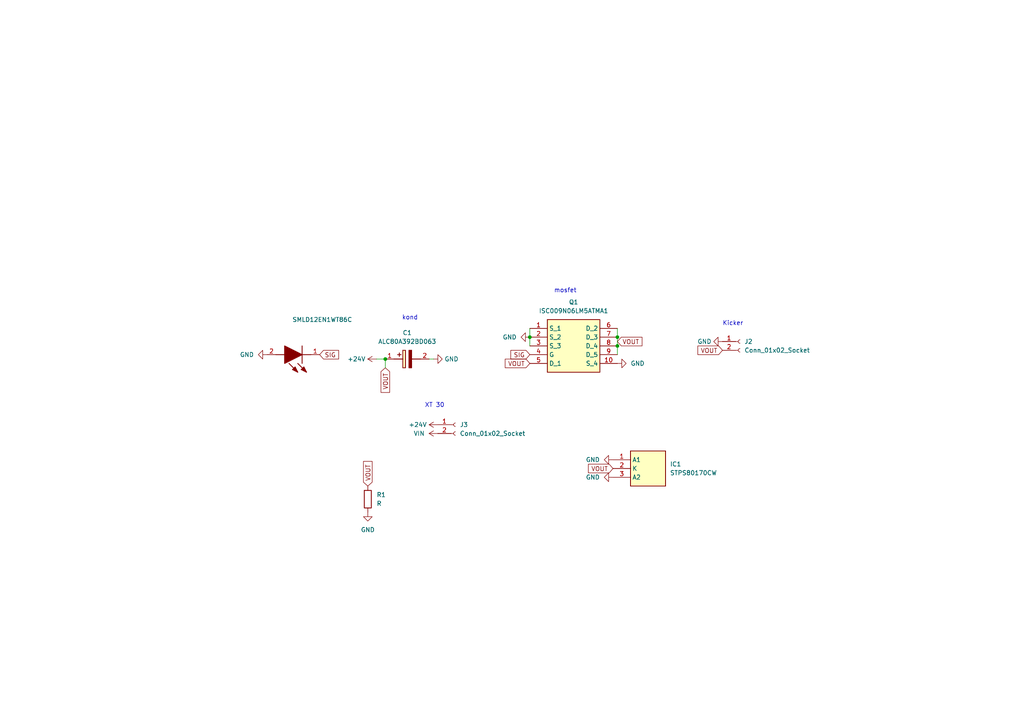
<source format=kicad_sch>
(kicad_sch
	(version 20231120)
	(generator "eeschema")
	(generator_version "8.0")
	(uuid "ca74f065-f6be-4527-82ff-735f418329d2")
	(paper "A4")
	(title_block
		(title "Kicker PCB")
		(date "2024-08-18")
		(rev "1.0")
		(company "i-bots")
		(comment 1 "Justus Trappmann")
	)
	(lib_symbols
		(symbol "Connector:Conn_01x02_Socket"
			(pin_names
				(offset 1.016) hide)
			(exclude_from_sim no)
			(in_bom yes)
			(on_board yes)
			(property "Reference" "J"
				(at 0 2.54 0)
				(effects
					(font
						(size 1.27 1.27)
					)
				)
			)
			(property "Value" "Conn_01x02_Socket"
				(at 0 -5.08 0)
				(effects
					(font
						(size 1.27 1.27)
					)
				)
			)
			(property "Footprint" ""
				(at 0 0 0)
				(effects
					(font
						(size 1.27 1.27)
					)
					(hide yes)
				)
			)
			(property "Datasheet" "~"
				(at 0 0 0)
				(effects
					(font
						(size 1.27 1.27)
					)
					(hide yes)
				)
			)
			(property "Description" "Generic connector, single row, 01x02, script generated"
				(at 0 0 0)
				(effects
					(font
						(size 1.27 1.27)
					)
					(hide yes)
				)
			)
			(property "ki_locked" ""
				(at 0 0 0)
				(effects
					(font
						(size 1.27 1.27)
					)
				)
			)
			(property "ki_keywords" "connector"
				(at 0 0 0)
				(effects
					(font
						(size 1.27 1.27)
					)
					(hide yes)
				)
			)
			(property "ki_fp_filters" "Connector*:*_1x??_*"
				(at 0 0 0)
				(effects
					(font
						(size 1.27 1.27)
					)
					(hide yes)
				)
			)
			(symbol "Conn_01x02_Socket_1_1"
				(arc
					(start 0 -2.032)
					(mid -0.5058 -2.54)
					(end 0 -3.048)
					(stroke
						(width 0.1524)
						(type default)
					)
					(fill
						(type none)
					)
				)
				(polyline
					(pts
						(xy -1.27 -2.54) (xy -0.508 -2.54)
					)
					(stroke
						(width 0.1524)
						(type default)
					)
					(fill
						(type none)
					)
				)
				(polyline
					(pts
						(xy -1.27 0) (xy -0.508 0)
					)
					(stroke
						(width 0.1524)
						(type default)
					)
					(fill
						(type none)
					)
				)
				(arc
					(start 0 0.508)
					(mid -0.5058 0)
					(end 0 -0.508)
					(stroke
						(width 0.1524)
						(type default)
					)
					(fill
						(type none)
					)
				)
				(pin passive line
					(at -5.08 0 0)
					(length 3.81)
					(name "Pin_1"
						(effects
							(font
								(size 1.27 1.27)
							)
						)
					)
					(number "1"
						(effects
							(font
								(size 1.27 1.27)
							)
						)
					)
				)
				(pin passive line
					(at -5.08 -2.54 0)
					(length 3.81)
					(name "Pin_2"
						(effects
							(font
								(size 1.27 1.27)
							)
						)
					)
					(number "2"
						(effects
							(font
								(size 1.27 1.27)
							)
						)
					)
				)
			)
		)
		(symbol "Device:R"
			(pin_numbers hide)
			(pin_names
				(offset 0)
			)
			(exclude_from_sim no)
			(in_bom yes)
			(on_board yes)
			(property "Reference" "R"
				(at 2.032 0 90)
				(effects
					(font
						(size 1.27 1.27)
					)
				)
			)
			(property "Value" "R"
				(at 0 0 90)
				(effects
					(font
						(size 1.27 1.27)
					)
				)
			)
			(property "Footprint" ""
				(at -1.778 0 90)
				(effects
					(font
						(size 1.27 1.27)
					)
					(hide yes)
				)
			)
			(property "Datasheet" "~"
				(at 0 0 0)
				(effects
					(font
						(size 1.27 1.27)
					)
					(hide yes)
				)
			)
			(property "Description" "Resistor"
				(at 0 0 0)
				(effects
					(font
						(size 1.27 1.27)
					)
					(hide yes)
				)
			)
			(property "ki_keywords" "R res resistor"
				(at 0 0 0)
				(effects
					(font
						(size 1.27 1.27)
					)
					(hide yes)
				)
			)
			(property "ki_fp_filters" "R_*"
				(at 0 0 0)
				(effects
					(font
						(size 1.27 1.27)
					)
					(hide yes)
				)
			)
			(symbol "R_0_1"
				(rectangle
					(start -1.016 -2.54)
					(end 1.016 2.54)
					(stroke
						(width 0.254)
						(type default)
					)
					(fill
						(type none)
					)
				)
			)
			(symbol "R_1_1"
				(pin passive line
					(at 0 3.81 270)
					(length 1.27)
					(name "~"
						(effects
							(font
								(size 1.27 1.27)
							)
						)
					)
					(number "1"
						(effects
							(font
								(size 1.27 1.27)
							)
						)
					)
				)
				(pin passive line
					(at 0 -3.81 90)
					(length 1.27)
					(name "~"
						(effects
							(font
								(size 1.27 1.27)
							)
						)
					)
					(number "2"
						(effects
							(font
								(size 1.27 1.27)
							)
						)
					)
				)
			)
		)
		(symbol "STPS80170CW:STPS80170CW"
			(exclude_from_sim no)
			(in_bom yes)
			(on_board yes)
			(property "Reference" "IC"
				(at 16.51 7.62 0)
				(effects
					(font
						(size 1.27 1.27)
					)
					(justify left top)
				)
			)
			(property "Value" "STPS80170CW"
				(at 16.51 5.08 0)
				(effects
					(font
						(size 1.27 1.27)
					)
					(justify left top)
				)
			)
			(property "Footprint" "TO545P515X1560X2445-3P"
				(at 16.51 -94.92 0)
				(effects
					(font
						(size 1.27 1.27)
					)
					(justify left top)
					(hide yes)
				)
			)
			(property "Datasheet" "http://www.st.com/web/en/resource/technical/document/datasheet/CD00067836.pdf"
				(at 16.51 -194.92 0)
				(effects
					(font
						(size 1.27 1.27)
					)
					(justify left top)
					(hide yes)
				)
			)
			(property "Description" "STPS80170CW, Schottky Diode,  80A max, 170V Common Cathode, Dual, 3-Pin, TO-247"
				(at 0 0 0)
				(effects
					(font
						(size 1.27 1.27)
					)
					(hide yes)
				)
			)
			(property "Height" "5.15"
				(at 16.51 -394.92 0)
				(effects
					(font
						(size 1.27 1.27)
					)
					(justify left top)
					(hide yes)
				)
			)
			(property "Mouser Part Number" "511-STPS80170CW"
				(at 16.51 -494.92 0)
				(effects
					(font
						(size 1.27 1.27)
					)
					(justify left top)
					(hide yes)
				)
			)
			(property "Mouser Price/Stock" "https://www.mouser.co.uk/ProductDetail/STMicroelectronics/STPS80170CW?qs=8HVPR9ReVmMsvnCKpei7%2FQ%3D%3D"
				(at 16.51 -594.92 0)
				(effects
					(font
						(size 1.27 1.27)
					)
					(justify left top)
					(hide yes)
				)
			)
			(property "Manufacturer_Name" "STMicroelectronics"
				(at 16.51 -694.92 0)
				(effects
					(font
						(size 1.27 1.27)
					)
					(justify left top)
					(hide yes)
				)
			)
			(property "Manufacturer_Part_Number" "STPS80170CW"
				(at 16.51 -794.92 0)
				(effects
					(font
						(size 1.27 1.27)
					)
					(justify left top)
					(hide yes)
				)
			)
			(symbol "STPS80170CW_1_1"
				(rectangle
					(start 5.08 2.54)
					(end 15.24 -7.62)
					(stroke
						(width 0.254)
						(type default)
					)
					(fill
						(type background)
					)
				)
				(pin passive line
					(at 0 0 0)
					(length 5.08)
					(name "A1"
						(effects
							(font
								(size 1.27 1.27)
							)
						)
					)
					(number "1"
						(effects
							(font
								(size 1.27 1.27)
							)
						)
					)
				)
				(pin passive line
					(at 0 -2.54 0)
					(length 5.08)
					(name "K"
						(effects
							(font
								(size 1.27 1.27)
							)
						)
					)
					(number "2"
						(effects
							(font
								(size 1.27 1.27)
							)
						)
					)
				)
				(pin passive line
					(at 0 -5.08 0)
					(length 5.08)
					(name "A2"
						(effects
							(font
								(size 1.27 1.27)
							)
						)
					)
					(number "3"
						(effects
							(font
								(size 1.27 1.27)
							)
						)
					)
				)
			)
		)
		(symbol "libloader:ALC80A392BD063"
			(pin_names hide)
			(exclude_from_sim no)
			(in_bom yes)
			(on_board yes)
			(property "Reference" "C"
				(at 8.89 6.35 0)
				(effects
					(font
						(size 1.27 1.27)
					)
					(justify left top)
				)
			)
			(property "Value" "ALC80A392BD063"
				(at 8.89 3.81 0)
				(effects
					(font
						(size 1.27 1.27)
					)
					(justify left top)
				)
			)
			(property "Footprint" "CAPPRD1000W210D2550H4200"
				(at 8.89 -96.19 0)
				(effects
					(font
						(size 1.27 1.27)
					)
					(justify left top)
					(hide yes)
				)
			)
			(property "Datasheet" "https://content.kemet.com/datasheets/KEM_A4082_ALC80.pdf"
				(at 8.89 -196.19 0)
				(effects
					(font
						(size 1.27 1.27)
					)
					(justify left top)
					(hide yes)
				)
			)
			(property "Description" "ALC80, Aluminum, Aluminum Electrolytic, 3,900 uF, 20%, 63 VDC, -40/+105C, 105C, -40C, 105C, 2, 6,000 Hrs, 71.9 mOhms, 3.9522, 737.1 uA, 35 g, 25mm, 40mm, 10mm, 6.3mm, 156  Weeks"
				(at 0 0 0)
				(effects
					(font
						(size 1.27 1.27)
					)
					(hide yes)
				)
			)
			(property "Height" "42"
				(at 8.89 -396.19 0)
				(effects
					(font
						(size 1.27 1.27)
					)
					(justify left top)
					(hide yes)
				)
			)
			(property "Manufacturer_Name" "KEMET"
				(at 8.89 -496.19 0)
				(effects
					(font
						(size 1.27 1.27)
					)
					(justify left top)
					(hide yes)
				)
			)
			(property "Manufacturer_Part_Number" "ALC80A392BD063"
				(at 8.89 -596.19 0)
				(effects
					(font
						(size 1.27 1.27)
					)
					(justify left top)
					(hide yes)
				)
			)
			(property "Mouser Part Number" "80-ALC80A392BD063"
				(at 8.89 -696.19 0)
				(effects
					(font
						(size 1.27 1.27)
					)
					(justify left top)
					(hide yes)
				)
			)
			(property "Mouser Price/Stock" "https://www.mouser.co.uk/ProductDetail/KEMET/ALC80A392BD063?qs=PqoDHHvF64%2FYoaYZX3I1YQ%3D%3D"
				(at 8.89 -796.19 0)
				(effects
					(font
						(size 1.27 1.27)
					)
					(justify left top)
					(hide yes)
				)
			)
			(property "Arrow Part Number" ""
				(at 8.89 -896.19 0)
				(effects
					(font
						(size 1.27 1.27)
					)
					(justify left top)
					(hide yes)
				)
			)
			(property "Arrow Price/Stock" ""
				(at 8.89 -996.19 0)
				(effects
					(font
						(size 1.27 1.27)
					)
					(justify left top)
					(hide yes)
				)
			)
			(symbol "ALC80A392BD063_1_1"
				(polyline
					(pts
						(xy 2.54 0) (xy 5.08 0)
					)
					(stroke
						(width 0.254)
						(type default)
					)
					(fill
						(type none)
					)
				)
				(polyline
					(pts
						(xy 4.064 1.778) (xy 4.064 0.762)
					)
					(stroke
						(width 0.254)
						(type default)
					)
					(fill
						(type none)
					)
				)
				(polyline
					(pts
						(xy 4.572 1.27) (xy 3.556 1.27)
					)
					(stroke
						(width 0.254)
						(type default)
					)
					(fill
						(type none)
					)
				)
				(polyline
					(pts
						(xy 7.62 0) (xy 10.16 0)
					)
					(stroke
						(width 0.254)
						(type default)
					)
					(fill
						(type none)
					)
				)
				(polyline
					(pts
						(xy 7.62 2.54) (xy 7.62 -2.54) (xy 6.858 -2.54) (xy 6.858 2.54) (xy 7.62 2.54)
					)
					(stroke
						(width 0.254)
						(type default)
					)
					(fill
						(type outline)
					)
				)
				(rectangle
					(start 5.08 2.54)
					(end 5.842 -2.54)
					(stroke
						(width 0.254)
						(type default)
					)
					(fill
						(type background)
					)
				)
				(pin passive line
					(at 0 0 0)
					(length 2.54)
					(name "+"
						(effects
							(font
								(size 1.27 1.27)
							)
						)
					)
					(number "1"
						(effects
							(font
								(size 1.27 1.27)
							)
						)
					)
				)
				(pin passive line
					(at 12.7 0 180)
					(length 2.54)
					(name "-"
						(effects
							(font
								(size 1.27 1.27)
							)
						)
					)
					(number "2"
						(effects
							(font
								(size 1.27 1.27)
							)
						)
					)
				)
			)
		)
		(symbol "libloader:ISC009N06LM5ATMA1"
			(exclude_from_sim no)
			(in_bom yes)
			(on_board yes)
			(property "Reference" "Q"
				(at 21.59 7.62 0)
				(effects
					(font
						(size 1.27 1.27)
					)
					(justify left top)
				)
			)
			(property "Value" "ISC009N06LM5ATMA1"
				(at 21.59 5.08 0)
				(effects
					(font
						(size 1.27 1.27)
					)
					(justify left top)
				)
			)
			(property "Footprint" "BSC021N08NS5ATMA1"
				(at 21.59 -94.92 0)
				(effects
					(font
						(size 1.27 1.27)
					)
					(justify left top)
					(hide yes)
				)
			)
			(property "Datasheet" "https://componentsearchengine.com/Datasheets/2/ISC009N06LM5ATMA1.pdf"
				(at 21.59 -194.92 0)
				(effects
					(font
						(size 1.27 1.27)
					)
					(justify left top)
					(hide yes)
				)
			)
			(property "Description" "MOSFET TRENCH 40<-<100V"
				(at 0 0 0)
				(effects
					(font
						(size 1.27 1.27)
					)
					(hide yes)
				)
			)
			(property "Height" "1.1"
				(at 21.59 -394.92 0)
				(effects
					(font
						(size 1.27 1.27)
					)
					(justify left top)
					(hide yes)
				)
			)
			(property "Manufacturer_Name" "Infineon"
				(at 21.59 -494.92 0)
				(effects
					(font
						(size 1.27 1.27)
					)
					(justify left top)
					(hide yes)
				)
			)
			(property "Manufacturer_Part_Number" "ISC009N06LM5ATMA1"
				(at 21.59 -594.92 0)
				(effects
					(font
						(size 1.27 1.27)
					)
					(justify left top)
					(hide yes)
				)
			)
			(property "Mouser Part Number" "726-ISC009N06LM5ATMA"
				(at 21.59 -694.92 0)
				(effects
					(font
						(size 1.27 1.27)
					)
					(justify left top)
					(hide yes)
				)
			)
			(property "Mouser Price/Stock" "https://www.mouser.co.uk/ProductDetail/Infineon-Technologies/ISC009N06LM5ATMA1?qs=iLbezkQI%252BshOGzzxjkYltw%3D%3D"
				(at 21.59 -794.92 0)
				(effects
					(font
						(size 1.27 1.27)
					)
					(justify left top)
					(hide yes)
				)
			)
			(property "Arrow Part Number" ""
				(at 21.59 -894.92 0)
				(effects
					(font
						(size 1.27 1.27)
					)
					(justify left top)
					(hide yes)
				)
			)
			(property "Arrow Price/Stock" ""
				(at 21.59 -994.92 0)
				(effects
					(font
						(size 1.27 1.27)
					)
					(justify left top)
					(hide yes)
				)
			)
			(symbol "ISC009N06LM5ATMA1_1_1"
				(rectangle
					(start 5.08 2.54)
					(end 20.32 -12.7)
					(stroke
						(width 0.254)
						(type default)
					)
					(fill
						(type background)
					)
				)
				(pin passive line
					(at 0 0 0)
					(length 5.08)
					(name "S_1"
						(effects
							(font
								(size 1.27 1.27)
							)
						)
					)
					(number "1"
						(effects
							(font
								(size 1.27 1.27)
							)
						)
					)
				)
				(pin passive line
					(at 25.4 -10.16 180)
					(length 5.08)
					(name "S_4"
						(effects
							(font
								(size 1.27 1.27)
							)
						)
					)
					(number "10"
						(effects
							(font
								(size 1.27 1.27)
							)
						)
					)
				)
				(pin passive line
					(at 0 -2.54 0)
					(length 5.08)
					(name "S_2"
						(effects
							(font
								(size 1.27 1.27)
							)
						)
					)
					(number "2"
						(effects
							(font
								(size 1.27 1.27)
							)
						)
					)
				)
				(pin passive line
					(at 0 -5.08 0)
					(length 5.08)
					(name "S_3"
						(effects
							(font
								(size 1.27 1.27)
							)
						)
					)
					(number "3"
						(effects
							(font
								(size 1.27 1.27)
							)
						)
					)
				)
				(pin passive line
					(at 0 -7.62 0)
					(length 5.08)
					(name "G"
						(effects
							(font
								(size 1.27 1.27)
							)
						)
					)
					(number "4"
						(effects
							(font
								(size 1.27 1.27)
							)
						)
					)
				)
				(pin passive line
					(at 0 -10.16 0)
					(length 5.08)
					(name "D_1"
						(effects
							(font
								(size 1.27 1.27)
							)
						)
					)
					(number "5"
						(effects
							(font
								(size 1.27 1.27)
							)
						)
					)
				)
				(pin passive line
					(at 25.4 0 180)
					(length 5.08)
					(name "D_2"
						(effects
							(font
								(size 1.27 1.27)
							)
						)
					)
					(number "6"
						(effects
							(font
								(size 1.27 1.27)
							)
						)
					)
				)
				(pin passive line
					(at 25.4 -2.54 180)
					(length 5.08)
					(name "D_3"
						(effects
							(font
								(size 1.27 1.27)
							)
						)
					)
					(number "7"
						(effects
							(font
								(size 1.27 1.27)
							)
						)
					)
				)
				(pin passive line
					(at 25.4 -5.08 180)
					(length 5.08)
					(name "D_4"
						(effects
							(font
								(size 1.27 1.27)
							)
						)
					)
					(number "8"
						(effects
							(font
								(size 1.27 1.27)
							)
						)
					)
				)
				(pin passive line
					(at 25.4 -7.62 180)
					(length 5.08)
					(name "D_5"
						(effects
							(font
								(size 1.27 1.27)
							)
						)
					)
					(number "9"
						(effects
							(font
								(size 1.27 1.27)
							)
						)
					)
				)
			)
		)
		(symbol "libloader:SMLD12EN1WT86C"
			(pin_names hide)
			(exclude_from_sim no)
			(in_bom yes)
			(on_board yes)
			(property "Reference" "LED"
				(at 12.7 8.89 0)
				(effects
					(font
						(size 1.27 1.27)
					)
					(justify left bottom)
				)
			)
			(property "Value" "SMLD12EN1WT86C"
				(at 12.7 6.35 0)
				(effects
					(font
						(size 1.27 1.27)
					)
					(justify left bottom)
				)
			)
			(property "Footprint" "SMLD12EN1WT86C"
				(at 12.7 -93.65 0)
				(effects
					(font
						(size 1.27 1.27)
					)
					(justify left bottom)
					(hide yes)
				)
			)
			(property "Datasheet" "https://fscdn.rohm.com/en/products/databook/datasheet/opto/led/chip_mono/smld12en1wt86(c)-e.pdf"
				(at 12.7 -193.65 0)
				(effects
					(font
						(size 1.27 1.27)
					)
					(justify left bottom)
					(hide yes)
				)
			)
			(property "Description" "Green 527nm LED Indication - Discrete 3V 0603 (1608 Metric) "
				(at 0 0 0)
				(effects
					(font
						(size 1.27 1.27)
					)
					(hide yes)
				)
			)
			(property "Height" "0.65"
				(at 12.7 -393.65 0)
				(effects
					(font
						(size 1.27 1.27)
					)
					(justify left bottom)
					(hide yes)
				)
			)
			(property "Manufacturer_Name" "ROHM Semiconductor"
				(at 12.7 -493.65 0)
				(effects
					(font
						(size 1.27 1.27)
					)
					(justify left bottom)
					(hide yes)
				)
			)
			(property "Manufacturer_Part_Number" "SMLD12EN1WT86C"
				(at 12.7 -593.65 0)
				(effects
					(font
						(size 1.27 1.27)
					)
					(justify left bottom)
					(hide yes)
				)
			)
			(property "Mouser Part Number" "755-SMLD12EN1WT86C"
				(at 12.7 -693.65 0)
				(effects
					(font
						(size 1.27 1.27)
					)
					(justify left bottom)
					(hide yes)
				)
			)
			(property "Mouser Price/Stock" "https://www.mouser.co.uk/ProductDetail/ROHM-Semiconductor/SMLD12EN1WT86C?qs=Z%252BL2brAPG1KJHKBIKSy7wg%3D%3D"
				(at 12.7 -793.65 0)
				(effects
					(font
						(size 1.27 1.27)
					)
					(justify left bottom)
					(hide yes)
				)
			)
			(property "Arrow Part Number" ""
				(at 12.7 -893.65 0)
				(effects
					(font
						(size 1.27 1.27)
					)
					(justify left bottom)
					(hide yes)
				)
			)
			(property "Arrow Price/Stock" ""
				(at 12.7 -993.65 0)
				(effects
					(font
						(size 1.27 1.27)
					)
					(justify left bottom)
					(hide yes)
				)
			)
			(symbol "SMLD12EN1WT86C_1_1"
				(polyline
					(pts
						(xy 2.54 0) (xy 5.08 0)
					)
					(stroke
						(width 0.254)
						(type default)
					)
					(fill
						(type none)
					)
				)
				(polyline
					(pts
						(xy 5.08 2.54) (xy 5.08 -2.54)
					)
					(stroke
						(width 0.254)
						(type default)
					)
					(fill
						(type none)
					)
				)
				(polyline
					(pts
						(xy 6.35 2.54) (xy 3.81 5.08)
					)
					(stroke
						(width 0.254)
						(type default)
					)
					(fill
						(type none)
					)
				)
				(polyline
					(pts
						(xy 8.89 2.54) (xy 6.35 5.08)
					)
					(stroke
						(width 0.254)
						(type default)
					)
					(fill
						(type none)
					)
				)
				(polyline
					(pts
						(xy 10.16 0) (xy 12.7 0)
					)
					(stroke
						(width 0.254)
						(type default)
					)
					(fill
						(type none)
					)
				)
				(polyline
					(pts
						(xy 5.08 0) (xy 10.16 2.54) (xy 10.16 -2.54) (xy 5.08 0)
					)
					(stroke
						(width 0.254)
						(type default)
					)
					(fill
						(type outline)
					)
				)
				(polyline
					(pts
						(xy 5.334 4.318) (xy 4.572 3.556) (xy 3.81 5.08) (xy 5.334 4.318)
					)
					(stroke
						(width 0.254)
						(type default)
					)
					(fill
						(type outline)
					)
				)
				(polyline
					(pts
						(xy 7.874 4.318) (xy 7.112 3.556) (xy 6.35 5.08) (xy 7.874 4.318)
					)
					(stroke
						(width 0.254)
						(type default)
					)
					(fill
						(type outline)
					)
				)
				(pin passive line
					(at 0 0 0)
					(length 2.54)
					(name "K"
						(effects
							(font
								(size 1.27 1.27)
							)
						)
					)
					(number "1"
						(effects
							(font
								(size 1.27 1.27)
							)
						)
					)
				)
				(pin passive line
					(at 15.24 0 180)
					(length 2.54)
					(name "A"
						(effects
							(font
								(size 1.27 1.27)
							)
						)
					)
					(number "2"
						(effects
							(font
								(size 1.27 1.27)
							)
						)
					)
				)
			)
		)
		(symbol "power:+24V"
			(power)
			(pin_names
				(offset 0)
			)
			(exclude_from_sim no)
			(in_bom yes)
			(on_board yes)
			(property "Reference" "#PWR"
				(at 0 -3.81 0)
				(effects
					(font
						(size 1.27 1.27)
					)
					(hide yes)
				)
			)
			(property "Value" "+24V"
				(at 0 3.556 0)
				(effects
					(font
						(size 1.27 1.27)
					)
				)
			)
			(property "Footprint" ""
				(at 0 0 0)
				(effects
					(font
						(size 1.27 1.27)
					)
					(hide yes)
				)
			)
			(property "Datasheet" ""
				(at 0 0 0)
				(effects
					(font
						(size 1.27 1.27)
					)
					(hide yes)
				)
			)
			(property "Description" "Power symbol creates a global label with name \"+24V\""
				(at 0 0 0)
				(effects
					(font
						(size 1.27 1.27)
					)
					(hide yes)
				)
			)
			(property "ki_keywords" "global power"
				(at 0 0 0)
				(effects
					(font
						(size 1.27 1.27)
					)
					(hide yes)
				)
			)
			(symbol "+24V_0_1"
				(polyline
					(pts
						(xy -0.762 1.27) (xy 0 2.54)
					)
					(stroke
						(width 0)
						(type default)
					)
					(fill
						(type none)
					)
				)
				(polyline
					(pts
						(xy 0 0) (xy 0 2.54)
					)
					(stroke
						(width 0)
						(type default)
					)
					(fill
						(type none)
					)
				)
				(polyline
					(pts
						(xy 0 2.54) (xy 0.762 1.27)
					)
					(stroke
						(width 0)
						(type default)
					)
					(fill
						(type none)
					)
				)
			)
			(symbol "+24V_1_1"
				(pin power_in line
					(at 0 0 90)
					(length 0) hide
					(name "+24V"
						(effects
							(font
								(size 1.27 1.27)
							)
						)
					)
					(number "1"
						(effects
							(font
								(size 1.27 1.27)
							)
						)
					)
				)
			)
		)
		(symbol "power:GND"
			(power)
			(pin_names
				(offset 0)
			)
			(exclude_from_sim no)
			(in_bom yes)
			(on_board yes)
			(property "Reference" "#PWR"
				(at 0 -6.35 0)
				(effects
					(font
						(size 1.27 1.27)
					)
					(hide yes)
				)
			)
			(property "Value" "GND"
				(at 0 -3.81 0)
				(effects
					(font
						(size 1.27 1.27)
					)
				)
			)
			(property "Footprint" ""
				(at 0 0 0)
				(effects
					(font
						(size 1.27 1.27)
					)
					(hide yes)
				)
			)
			(property "Datasheet" ""
				(at 0 0 0)
				(effects
					(font
						(size 1.27 1.27)
					)
					(hide yes)
				)
			)
			(property "Description" "Power symbol creates a global label with name \"GND\" , ground"
				(at 0 0 0)
				(effects
					(font
						(size 1.27 1.27)
					)
					(hide yes)
				)
			)
			(property "ki_keywords" "global power"
				(at 0 0 0)
				(effects
					(font
						(size 1.27 1.27)
					)
					(hide yes)
				)
			)
			(symbol "GND_0_1"
				(polyline
					(pts
						(xy 0 0) (xy 0 -1.27) (xy 1.27 -1.27) (xy 0 -2.54) (xy -1.27 -1.27) (xy 0 -1.27)
					)
					(stroke
						(width 0)
						(type default)
					)
					(fill
						(type none)
					)
				)
			)
			(symbol "GND_1_1"
				(pin power_in line
					(at 0 0 270)
					(length 0) hide
					(name "GND"
						(effects
							(font
								(size 1.27 1.27)
							)
						)
					)
					(number "1"
						(effects
							(font
								(size 1.27 1.27)
							)
						)
					)
				)
			)
		)
	)
	(junction
		(at 111.76 104.14)
		(diameter 0)
		(color 0 0 0 0)
		(uuid "1426c842-a462-4db4-bcab-bae61b231733")
	)
	(junction
		(at 179.07 97.79)
		(diameter 0)
		(color 0 0 0 0)
		(uuid "6571c4fb-3247-42cf-8675-10a28d92708d")
	)
	(junction
		(at 153.67 97.79)
		(diameter 0)
		(color 0 0 0 0)
		(uuid "c012dcbf-be9b-46fc-b506-553ec4d23fb0")
	)
	(junction
		(at 179.07 100.33)
		(diameter 0)
		(color 0 0 0 0)
		(uuid "c5234599-ea69-443f-9861-22ddecd14843")
	)
	(wire
		(pts
			(xy 153.67 97.79) (xy 153.67 100.33)
		)
		(stroke
			(width 0)
			(type default)
		)
		(uuid "3d39f248-25ca-49a6-bbc0-1bae546e0491")
	)
	(wire
		(pts
			(xy 109.22 104.14) (xy 111.76 104.14)
		)
		(stroke
			(width 0)
			(type default)
		)
		(uuid "58b8e1c7-8877-433d-8848-0088a5939671")
	)
	(wire
		(pts
			(xy 179.07 97.79) (xy 179.07 100.33)
		)
		(stroke
			(width 0)
			(type default)
		)
		(uuid "5ccac723-410a-4adb-b36b-acf244a58403")
	)
	(wire
		(pts
			(xy 111.76 104.14) (xy 111.76 106.68)
		)
		(stroke
			(width 0)
			(type default)
		)
		(uuid "67f1d160-c06a-4b89-a29f-7fb90a34dd1b")
	)
	(wire
		(pts
			(xy 179.07 100.33) (xy 179.07 102.87)
		)
		(stroke
			(width 0)
			(type default)
		)
		(uuid "6a0c6eab-ca36-473c-b54d-dc3203e6604a")
	)
	(wire
		(pts
			(xy 153.67 95.25) (xy 153.67 97.79)
		)
		(stroke
			(width 0)
			(type default)
		)
		(uuid "b97bc248-ec4e-482f-9940-9d5ad78b5e56")
	)
	(wire
		(pts
			(xy 124.46 104.14) (xy 125.73 104.14)
		)
		(stroke
			(width 0)
			(type default)
		)
		(uuid "d00d3140-de74-4b60-af28-04c10c39715c")
	)
	(wire
		(pts
			(xy 179.07 95.25) (xy 179.07 97.79)
		)
		(stroke
			(width 0)
			(type default)
		)
		(uuid "ed2dc5d4-fbf9-4439-ad2c-21322cbc6bc4")
	)
	(text "Kicker"
		(exclude_from_sim no)
		(at 209.55 94.615 0)
		(effects
			(font
				(size 1.27 1.27)
			)
			(justify left bottom)
		)
		(uuid "1d3d899b-3245-4e8f-8f7e-2782910f438a")
	)
	(text "kond\n"
		(exclude_from_sim no)
		(at 116.586 92.964 0)
		(effects
			(font
				(size 1.27 1.27)
			)
			(justify left bottom)
		)
		(uuid "d14257ec-e88b-4475-b198-3d3f419614c4")
	)
	(text "mosfet"
		(exclude_from_sim no)
		(at 160.655 85.09 0)
		(effects
			(font
				(size 1.27 1.27)
			)
			(justify left bottom)
		)
		(uuid "dc6c9f5a-28b8-4d3e-bcfe-9adb55e22a56")
	)
	(text "XT 30"
		(exclude_from_sim no)
		(at 123.19 118.364 0)
		(effects
			(font
				(size 1.27 1.27)
			)
			(justify left bottom)
		)
		(uuid "e43e7c32-0b6b-4a95-a153-f145d5a160b9")
	)
	(global_label "VOUT"
		(shape input)
		(at 179.07 99.06 0)
		(fields_autoplaced yes)
		(effects
			(font
				(size 1.27 1.27)
			)
			(justify left)
		)
		(uuid "0ec4e06f-5058-4a92-b492-e10c72e2c5d3")
		(property "Intersheetrefs" "${INTERSHEET_REFS}"
			(at 186.7724 99.06 0)
			(effects
				(font
					(size 1.27 1.27)
				)
				(justify left)
				(hide yes)
			)
		)
	)
	(global_label "VOUT"
		(shape input)
		(at 111.76 106.68 270)
		(fields_autoplaced yes)
		(effects
			(font
				(size 1.27 1.27)
			)
			(justify right)
		)
		(uuid "69b91cb9-7762-4dbe-9d74-970523341644")
		(property "Intersheetrefs" "${INTERSHEET_REFS}"
			(at 111.76 114.3824 90)
			(effects
				(font
					(size 1.27 1.27)
				)
				(justify right)
				(hide yes)
			)
		)
	)
	(global_label "VOUT"
		(shape input)
		(at 209.55 101.6 180)
		(fields_autoplaced yes)
		(effects
			(font
				(size 1.27 1.27)
			)
			(justify right)
		)
		(uuid "8f3a3f96-9639-4336-b0af-f37bd6e2b77c")
		(property "Intersheetrefs" "${INTERSHEET_REFS}"
			(at 201.8476 101.6 0)
			(effects
				(font
					(size 1.27 1.27)
				)
				(justify right)
				(hide yes)
			)
		)
	)
	(global_label "VOUT"
		(shape input)
		(at 106.68 140.97 90)
		(fields_autoplaced yes)
		(effects
			(font
				(size 1.27 1.27)
			)
			(justify left)
		)
		(uuid "990b0917-a10b-4b4c-b4fb-f8ebc7ba9ac2")
		(property "Intersheetrefs" "${INTERSHEET_REFS}"
			(at 106.68 133.2676 90)
			(effects
				(font
					(size 1.27 1.27)
				)
				(justify left)
				(hide yes)
			)
		)
	)
	(global_label "VOUT"
		(shape input)
		(at 153.67 105.41 180)
		(fields_autoplaced yes)
		(effects
			(font
				(size 1.27 1.27)
			)
			(justify right)
		)
		(uuid "bba83fb1-9683-423d-aed3-1a6287f6edbd")
		(property "Intersheetrefs" "${INTERSHEET_REFS}"
			(at 145.9676 105.41 0)
			(effects
				(font
					(size 1.27 1.27)
				)
				(justify right)
				(hide yes)
			)
		)
	)
	(global_label "SIG"
		(shape input)
		(at 153.67 102.87 180)
		(fields_autoplaced yes)
		(effects
			(font
				(size 1.27 1.27)
			)
			(justify right)
		)
		(uuid "c853f8f5-9e8a-4aa0-97d8-04a633cd7795")
		(property "Intersheetrefs" "${INTERSHEET_REFS}"
			(at 147.6005 102.87 0)
			(effects
				(font
					(size 1.27 1.27)
				)
				(justify right)
				(hide yes)
			)
		)
	)
	(global_label "SIG"
		(shape input)
		(at 92.71 102.87 0)
		(fields_autoplaced yes)
		(effects
			(font
				(size 1.27 1.27)
			)
			(justify left)
		)
		(uuid "d9e03bce-012b-4895-aafd-4b2b56d25252")
		(property "Intersheetrefs" "${INTERSHEET_REFS}"
			(at 98.7795 102.87 0)
			(effects
				(font
					(size 1.27 1.27)
				)
				(justify left)
				(hide yes)
			)
		)
	)
	(global_label "VOUT"
		(shape input)
		(at 177.8 135.89 180)
		(fields_autoplaced yes)
		(effects
			(font
				(size 1.27 1.27)
			)
			(justify right)
		)
		(uuid "f5ac8e51-6611-4144-8cac-690ac4437d83")
		(property "Intersheetrefs" "${INTERSHEET_REFS}"
			(at 170.0976 135.89 0)
			(effects
				(font
					(size 1.27 1.27)
				)
				(justify right)
				(hide yes)
			)
		)
	)
	(symbol
		(lib_id "power:+24V")
		(at 127 123.19 90)
		(unit 1)
		(exclude_from_sim no)
		(in_bom yes)
		(on_board yes)
		(dnp no)
		(fields_autoplaced yes)
		(uuid "0337ae49-c0a4-4948-ab35-6d272245c07c")
		(property "Reference" "#PWR011"
			(at 130.81 123.19 0)
			(effects
				(font
					(size 1.27 1.27)
				)
				(hide yes)
			)
		)
		(property "Value" "+24V"
			(at 123.825 123.19 90)
			(effects
				(font
					(size 1.27 1.27)
				)
				(justify left)
			)
		)
		(property "Footprint" ""
			(at 127 123.19 0)
			(effects
				(font
					(size 1.27 1.27)
				)
				(hide yes)
			)
		)
		(property "Datasheet" ""
			(at 127 123.19 0)
			(effects
				(font
					(size 1.27 1.27)
				)
				(hide yes)
			)
		)
		(property "Description" ""
			(at 127 123.19 0)
			(effects
				(font
					(size 1.27 1.27)
				)
				(hide yes)
			)
		)
		(pin "1"
			(uuid "f247178b-d432-4c58-9b06-3d33288b8458")
		)
		(instances
			(project "kicker"
				(path "/ca74f065-f6be-4527-82ff-735f418329d2"
					(reference "#PWR011")
					(unit 1)
				)
			)
		)
	)
	(symbol
		(lib_id "power:GND")
		(at 77.47 102.87 270)
		(unit 1)
		(exclude_from_sim no)
		(in_bom yes)
		(on_board yes)
		(dnp no)
		(fields_autoplaced yes)
		(uuid "0f619aba-b2a1-4741-b5dd-53797bdf82bf")
		(property "Reference" "#PWR02"
			(at 71.12 102.87 0)
			(effects
				(font
					(size 1.27 1.27)
				)
				(hide yes)
			)
		)
		(property "Value" "GND"
			(at 73.66 102.8699 90)
			(effects
				(font
					(size 1.27 1.27)
				)
				(justify right)
			)
		)
		(property "Footprint" ""
			(at 77.47 102.87 0)
			(effects
				(font
					(size 1.27 1.27)
				)
				(hide yes)
			)
		)
		(property "Datasheet" ""
			(at 77.47 102.87 0)
			(effects
				(font
					(size 1.27 1.27)
				)
				(hide yes)
			)
		)
		(property "Description" ""
			(at 77.47 102.87 0)
			(effects
				(font
					(size 1.27 1.27)
				)
				(hide yes)
			)
		)
		(pin "1"
			(uuid "f86af945-80e0-4cea-b3cb-500a0d23e597")
		)
		(instances
			(project "kicker"
				(path "/ca74f065-f6be-4527-82ff-735f418329d2"
					(reference "#PWR02")
					(unit 1)
				)
			)
		)
	)
	(symbol
		(lib_id "power:GND")
		(at 177.8 138.43 270)
		(unit 1)
		(exclude_from_sim no)
		(in_bom yes)
		(on_board yes)
		(dnp no)
		(fields_autoplaced yes)
		(uuid "19abf696-461e-4386-a929-2f3e4c80eab7")
		(property "Reference" "#PWR05"
			(at 171.45 138.43 0)
			(effects
				(font
					(size 1.27 1.27)
				)
				(hide yes)
			)
		)
		(property "Value" "GND"
			(at 173.99 138.4299 90)
			(effects
				(font
					(size 1.27 1.27)
				)
				(justify right)
			)
		)
		(property "Footprint" ""
			(at 177.8 138.43 0)
			(effects
				(font
					(size 1.27 1.27)
				)
				(hide yes)
			)
		)
		(property "Datasheet" ""
			(at 177.8 138.43 0)
			(effects
				(font
					(size 1.27 1.27)
				)
				(hide yes)
			)
		)
		(property "Description" ""
			(at 177.8 138.43 0)
			(effects
				(font
					(size 1.27 1.27)
				)
				(hide yes)
			)
		)
		(pin "1"
			(uuid "f43a7203-1be2-46cd-b4cd-31b5090571e7")
		)
		(instances
			(project "kicker"
				(path "/ca74f065-f6be-4527-82ff-735f418329d2"
					(reference "#PWR05")
					(unit 1)
				)
			)
		)
	)
	(symbol
		(lib_id "power:+24V")
		(at 109.22 104.14 90)
		(unit 1)
		(exclude_from_sim no)
		(in_bom yes)
		(on_board yes)
		(dnp no)
		(fields_autoplaced yes)
		(uuid "31aaf756-0373-436d-951f-22ba395edf0b")
		(property "Reference" "#PWR08"
			(at 113.03 104.14 0)
			(effects
				(font
					(size 1.27 1.27)
				)
				(hide yes)
			)
		)
		(property "Value" "+24V"
			(at 106.045 104.14 90)
			(effects
				(font
					(size 1.27 1.27)
				)
				(justify left)
			)
		)
		(property "Footprint" ""
			(at 109.22 104.14 0)
			(effects
				(font
					(size 1.27 1.27)
				)
				(hide yes)
			)
		)
		(property "Datasheet" ""
			(at 109.22 104.14 0)
			(effects
				(font
					(size 1.27 1.27)
				)
				(hide yes)
			)
		)
		(property "Description" ""
			(at 109.22 104.14 0)
			(effects
				(font
					(size 1.27 1.27)
				)
				(hide yes)
			)
		)
		(pin "1"
			(uuid "0a3dd135-875e-4aa6-bc30-10f57fd2ab16")
		)
		(instances
			(project "kicker"
				(path "/ca74f065-f6be-4527-82ff-735f418329d2"
					(reference "#PWR08")
					(unit 1)
				)
			)
		)
	)
	(symbol
		(lib_id "STPS80170CW:STPS80170CW")
		(at 177.8 133.35 0)
		(unit 1)
		(exclude_from_sim no)
		(in_bom yes)
		(on_board yes)
		(dnp no)
		(fields_autoplaced yes)
		(uuid "4a33426c-8efc-49f4-a492-4bcee1554724")
		(property "Reference" "IC1"
			(at 194.31 134.6199 0)
			(effects
				(font
					(size 1.27 1.27)
				)
				(justify left)
			)
		)
		(property "Value" "STPS80170CW"
			(at 194.31 137.1599 0)
			(effects
				(font
					(size 1.27 1.27)
				)
				(justify left)
			)
		)
		(property "Footprint" "STPS80170CW:TO545P515X1560X2445-3P"
			(at 194.31 228.27 0)
			(effects
				(font
					(size 1.27 1.27)
				)
				(justify left top)
				(hide yes)
			)
		)
		(property "Datasheet" "http://www.st.com/web/en/resource/technical/document/datasheet/CD00067836.pdf"
			(at 194.31 328.27 0)
			(effects
				(font
					(size 1.27 1.27)
				)
				(justify left top)
				(hide yes)
			)
		)
		(property "Description" "STPS80170CW, Schottky Diode,  80A max, 170V Common Cathode, Dual, 3-Pin, TO-247"
			(at 177.8 133.35 0)
			(effects
				(font
					(size 1.27 1.27)
				)
				(hide yes)
			)
		)
		(property "Height" "5.15"
			(at 194.31 528.27 0)
			(effects
				(font
					(size 1.27 1.27)
				)
				(justify left top)
				(hide yes)
			)
		)
		(property "Mouser Part Number" "511-STPS80170CW"
			(at 194.31 628.27 0)
			(effects
				(font
					(size 1.27 1.27)
				)
				(justify left top)
				(hide yes)
			)
		)
		(property "Mouser Price/Stock" "https://www.mouser.co.uk/ProductDetail/STMicroelectronics/STPS80170CW?qs=8HVPR9ReVmMsvnCKpei7%2FQ%3D%3D"
			(at 194.31 728.27 0)
			(effects
				(font
					(size 1.27 1.27)
				)
				(justify left top)
				(hide yes)
			)
		)
		(property "Manufacturer_Name" "STMicroelectronics"
			(at 194.31 828.27 0)
			(effects
				(font
					(size 1.27 1.27)
				)
				(justify left top)
				(hide yes)
			)
		)
		(property "Manufacturer_Part_Number" "STPS80170CW"
			(at 194.31 928.27 0)
			(effects
				(font
					(size 1.27 1.27)
				)
				(justify left top)
				(hide yes)
			)
		)
		(pin "3"
			(uuid "9b1fb7f3-d631-4289-8ea5-433ccda5414a")
		)
		(pin "2"
			(uuid "0a0b2cb4-0bab-4241-9a78-0a0afa25d183")
		)
		(pin "1"
			(uuid "f28a344e-ddc9-4c1f-b7c9-8227b6a5d0ed")
		)
		(instances
			(project "kicker"
				(path "/ca74f065-f6be-4527-82ff-735f418329d2"
					(reference "IC1")
					(unit 1)
				)
			)
		)
	)
	(symbol
		(lib_id "libloader:ISC009N06LM5ATMA1")
		(at 153.67 95.25 0)
		(unit 1)
		(exclude_from_sim no)
		(in_bom yes)
		(on_board yes)
		(dnp no)
		(fields_autoplaced yes)
		(uuid "55c3019b-355e-46b1-83f8-e2c524b81c5d")
		(property "Reference" "Q1"
			(at 166.37 87.63 0)
			(effects
				(font
					(size 1.27 1.27)
				)
			)
		)
		(property "Value" "ISC009N06LM5ATMA1"
			(at 166.37 90.17 0)
			(effects
				(font
					(size 1.27 1.27)
				)
			)
		)
		(property "Footprint" "Varistor:BSC021N08NS5ATMA1"
			(at 175.26 190.17 0)
			(effects
				(font
					(size 1.27 1.27)
				)
				(justify left top)
				(hide yes)
			)
		)
		(property "Datasheet" "https://componentsearchengine.com/Datasheets/2/ISC009N06LM5ATMA1.pdf"
			(at 175.26 290.17 0)
			(effects
				(font
					(size 1.27 1.27)
				)
				(justify left top)
				(hide yes)
			)
		)
		(property "Description" ""
			(at 153.67 95.25 0)
			(effects
				(font
					(size 1.27 1.27)
				)
				(hide yes)
			)
		)
		(property "Height" "1.1"
			(at 175.26 490.17 0)
			(effects
				(font
					(size 1.27 1.27)
				)
				(justify left top)
				(hide yes)
			)
		)
		(property "Manufacturer_Name" "Infineon"
			(at 175.26 590.17 0)
			(effects
				(font
					(size 1.27 1.27)
				)
				(justify left top)
				(hide yes)
			)
		)
		(property "Manufacturer_Part_Number" "ISC009N06LM5ATMA1"
			(at 175.26 690.17 0)
			(effects
				(font
					(size 1.27 1.27)
				)
				(justify left top)
				(hide yes)
			)
		)
		(property "Mouser Part Number" "726-ISC009N06LM5ATMA"
			(at 175.26 790.17 0)
			(effects
				(font
					(size 1.27 1.27)
				)
				(justify left top)
				(hide yes)
			)
		)
		(property "Mouser Price/Stock" "https://www.mouser.co.uk/ProductDetail/Infineon-Technologies/ISC009N06LM5ATMA1?qs=iLbezkQI%252BshOGzzxjkYltw%3D%3D"
			(at 175.26 890.17 0)
			(effects
				(font
					(size 1.27 1.27)
				)
				(justify left top)
				(hide yes)
			)
		)
		(property "Arrow Part Number" ""
			(at 175.26 990.17 0)
			(effects
				(font
					(size 1.27 1.27)
				)
				(justify left top)
				(hide yes)
			)
		)
		(property "Arrow Price/Stock" ""
			(at 175.26 1090.17 0)
			(effects
				(font
					(size 1.27 1.27)
				)
				(justify left top)
				(hide yes)
			)
		)
		(pin "3"
			(uuid "34cf2d41-6302-484a-9f30-0b625745d53a")
		)
		(pin "6"
			(uuid "dde56477-c109-4a02-a7a6-c83e821d2bae")
		)
		(pin "8"
			(uuid "dc7add73-74f1-4595-ab17-45ebce58f561")
		)
		(pin "4"
			(uuid "66382968-f204-4b37-8a3d-030db341b4c3")
		)
		(pin "7"
			(uuid "c387f09f-c378-4d70-ab6c-50f321c4eae0")
		)
		(pin "1"
			(uuid "b7bc8a2d-1da8-446e-93d9-8122ce91f8a4")
		)
		(pin "10"
			(uuid "dd2ebc1b-f2d9-4cd9-aa7c-ee11f9bebc56")
		)
		(pin "5"
			(uuid "426db8c1-296f-408e-8c19-1662bdf41898")
		)
		(pin "9"
			(uuid "b4acbeff-024c-4100-98a0-70e35042092c")
		)
		(pin "2"
			(uuid "438d9319-62fe-4adc-b89b-a42b6371e02a")
		)
		(instances
			(project "kicker"
				(path "/ca74f065-f6be-4527-82ff-735f418329d2"
					(reference "Q1")
					(unit 1)
				)
			)
		)
	)
	(symbol
		(lib_id "power:GND")
		(at 153.67 97.79 270)
		(unit 1)
		(exclude_from_sim no)
		(in_bom yes)
		(on_board yes)
		(dnp no)
		(fields_autoplaced yes)
		(uuid "5d147a0a-b309-432b-9eeb-398adfa18cc8")
		(property "Reference" "#PWR07"
			(at 147.32 97.79 0)
			(effects
				(font
					(size 1.27 1.27)
				)
				(hide yes)
			)
		)
		(property "Value" "GND"
			(at 149.86 97.79 90)
			(effects
				(font
					(size 1.27 1.27)
				)
				(justify right)
			)
		)
		(property "Footprint" ""
			(at 153.67 97.79 0)
			(effects
				(font
					(size 1.27 1.27)
				)
				(hide yes)
			)
		)
		(property "Datasheet" ""
			(at 153.67 97.79 0)
			(effects
				(font
					(size 1.27 1.27)
				)
				(hide yes)
			)
		)
		(property "Description" ""
			(at 153.67 97.79 0)
			(effects
				(font
					(size 1.27 1.27)
				)
				(hide yes)
			)
		)
		(pin "1"
			(uuid "d5dc908a-7fb7-4ade-ab00-361b55ebf925")
		)
		(instances
			(project "kicker"
				(path "/ca74f065-f6be-4527-82ff-735f418329d2"
					(reference "#PWR07")
					(unit 1)
				)
			)
		)
	)
	(symbol
		(lib_id "power:GND")
		(at 179.07 105.41 90)
		(unit 1)
		(exclude_from_sim no)
		(in_bom yes)
		(on_board yes)
		(dnp no)
		(fields_autoplaced yes)
		(uuid "5e73380f-80b0-4299-af8d-5156de357be8")
		(property "Reference" "#PWR03"
			(at 185.42 105.41 0)
			(effects
				(font
					(size 1.27 1.27)
				)
				(hide yes)
			)
		)
		(property "Value" "GND"
			(at 182.88 105.41 90)
			(effects
				(font
					(size 1.27 1.27)
				)
				(justify right)
			)
		)
		(property "Footprint" ""
			(at 179.07 105.41 0)
			(effects
				(font
					(size 1.27 1.27)
				)
				(hide yes)
			)
		)
		(property "Datasheet" ""
			(at 179.07 105.41 0)
			(effects
				(font
					(size 1.27 1.27)
				)
				(hide yes)
			)
		)
		(property "Description" ""
			(at 179.07 105.41 0)
			(effects
				(font
					(size 1.27 1.27)
				)
				(hide yes)
			)
		)
		(pin "1"
			(uuid "24a02ad7-69af-4584-ad8d-aec44d28313f")
		)
		(instances
			(project "kicker"
				(path "/ca74f065-f6be-4527-82ff-735f418329d2"
					(reference "#PWR03")
					(unit 1)
				)
			)
		)
	)
	(symbol
		(lib_id "Connector:Conn_01x02_Socket")
		(at 132.08 123.19 0)
		(unit 1)
		(exclude_from_sim no)
		(in_bom yes)
		(on_board yes)
		(dnp no)
		(fields_autoplaced yes)
		(uuid "6bc28a09-a0ba-46de-b65c-99cb5b36671e")
		(property "Reference" "J3"
			(at 133.35 123.1899 0)
			(effects
				(font
					(size 1.27 1.27)
				)
				(justify left)
			)
		)
		(property "Value" "Conn_01x02_Socket"
			(at 133.35 125.7299 0)
			(effects
				(font
					(size 1.27 1.27)
				)
				(justify left)
			)
		)
		(property "Footprint" "Connector_AMASS:AMASS_XT30U-M_1x02_P5.0mm_Vertical"
			(at 132.08 123.19 0)
			(effects
				(font
					(size 1.27 1.27)
				)
				(hide yes)
			)
		)
		(property "Datasheet" "~"
			(at 132.08 123.19 0)
			(effects
				(font
					(size 1.27 1.27)
				)
				(hide yes)
			)
		)
		(property "Description" ""
			(at 132.08 123.19 0)
			(effects
				(font
					(size 1.27 1.27)
				)
				(hide yes)
			)
		)
		(pin "1"
			(uuid "96d4d311-373d-4e90-9fcb-e0a71904d681")
		)
		(pin "2"
			(uuid "9672e037-cb28-4ed2-aef9-907507dc2b14")
		)
		(instances
			(project "kicker"
				(path "/ca74f065-f6be-4527-82ff-735f418329d2"
					(reference "J3")
					(unit 1)
				)
			)
		)
	)
	(symbol
		(lib_id "Device:R")
		(at 106.68 144.78 0)
		(unit 1)
		(exclude_from_sim no)
		(in_bom yes)
		(on_board yes)
		(dnp no)
		(fields_autoplaced yes)
		(uuid "7429ae3d-5439-4c82-8fc7-79bb58ef1899")
		(property "Reference" "R1"
			(at 109.22 143.5099 0)
			(effects
				(font
					(size 1.27 1.27)
				)
				(justify left)
			)
		)
		(property "Value" "R"
			(at 109.22 146.0499 0)
			(effects
				(font
					(size 1.27 1.27)
				)
				(justify left)
			)
		)
		(property "Footprint" "OptoDevice:R_LDR_D13.8mm_P9.0mm_Vertical"
			(at 104.902 144.78 90)
			(effects
				(font
					(size 1.27 1.27)
				)
				(hide yes)
			)
		)
		(property "Datasheet" "~"
			(at 106.68 144.78 0)
			(effects
				(font
					(size 1.27 1.27)
				)
				(hide yes)
			)
		)
		(property "Description" "Resistor"
			(at 106.68 144.78 0)
			(effects
				(font
					(size 1.27 1.27)
				)
				(hide yes)
			)
		)
		(pin "1"
			(uuid "fe45ae30-89fe-4348-ab86-b3f3041de37b")
		)
		(pin "2"
			(uuid "4246d3b7-3943-4659-bc68-07dc5873d440")
		)
		(instances
			(project "kicker"
				(path "/ca74f065-f6be-4527-82ff-735f418329d2"
					(reference "R1")
					(unit 1)
				)
			)
		)
	)
	(symbol
		(lib_id "power:GND")
		(at 177.8 133.35 270)
		(unit 1)
		(exclude_from_sim no)
		(in_bom yes)
		(on_board yes)
		(dnp no)
		(fields_autoplaced yes)
		(uuid "77d632ed-19c9-4324-916f-02d21ad1d8c3")
		(property "Reference" "#PWR01"
			(at 171.45 133.35 0)
			(effects
				(font
					(size 1.27 1.27)
				)
				(hide yes)
			)
		)
		(property "Value" "GND"
			(at 173.99 133.3499 90)
			(effects
				(font
					(size 1.27 1.27)
				)
				(justify right)
			)
		)
		(property "Footprint" ""
			(at 177.8 133.35 0)
			(effects
				(font
					(size 1.27 1.27)
				)
				(hide yes)
			)
		)
		(property "Datasheet" ""
			(at 177.8 133.35 0)
			(effects
				(font
					(size 1.27 1.27)
				)
				(hide yes)
			)
		)
		(property "Description" ""
			(at 177.8 133.35 0)
			(effects
				(font
					(size 1.27 1.27)
				)
				(hide yes)
			)
		)
		(pin "1"
			(uuid "f77b746d-48ad-4622-a69f-18e699585cb1")
		)
		(instances
			(project "kicker"
				(path "/ca74f065-f6be-4527-82ff-735f418329d2"
					(reference "#PWR01")
					(unit 1)
				)
			)
		)
	)
	(symbol
		(lib_id "power:GND")
		(at 209.55 99.06 270)
		(unit 1)
		(exclude_from_sim no)
		(in_bom yes)
		(on_board yes)
		(dnp no)
		(uuid "a404ba3d-15ae-4221-b109-cb0d35c89ab0")
		(property "Reference" "#PWR04"
			(at 203.2 99.06 0)
			(effects
				(font
					(size 1.27 1.27)
				)
				(hide yes)
			)
		)
		(property "Value" "GND"
			(at 206.375 99.06 90)
			(effects
				(font
					(size 1.27 1.27)
				)
				(justify right)
			)
		)
		(property "Footprint" ""
			(at 209.55 99.06 0)
			(effects
				(font
					(size 1.27 1.27)
				)
				(hide yes)
			)
		)
		(property "Datasheet" ""
			(at 209.55 99.06 0)
			(effects
				(font
					(size 1.27 1.27)
				)
				(hide yes)
			)
		)
		(property "Description" ""
			(at 209.55 99.06 0)
			(effects
				(font
					(size 1.27 1.27)
				)
				(hide yes)
			)
		)
		(pin "1"
			(uuid "0e090e9a-c122-4f65-a22f-01417f661d87")
		)
		(instances
			(project "kicker"
				(path "/ca74f065-f6be-4527-82ff-735f418329d2"
					(reference "#PWR04")
					(unit 1)
				)
			)
		)
	)
	(symbol
		(lib_id "power:GND")
		(at 106.68 148.59 0)
		(unit 1)
		(exclude_from_sim no)
		(in_bom yes)
		(on_board yes)
		(dnp no)
		(fields_autoplaced yes)
		(uuid "b1e65b41-a88d-4d1b-84c2-8261087e2ea6")
		(property "Reference" "#PWR06"
			(at 106.68 154.94 0)
			(effects
				(font
					(size 1.27 1.27)
				)
				(hide yes)
			)
		)
		(property "Value" "GND"
			(at 106.68 153.67 0)
			(effects
				(font
					(size 1.27 1.27)
				)
			)
		)
		(property "Footprint" ""
			(at 106.68 148.59 0)
			(effects
				(font
					(size 1.27 1.27)
				)
				(hide yes)
			)
		)
		(property "Datasheet" ""
			(at 106.68 148.59 0)
			(effects
				(font
					(size 1.27 1.27)
				)
				(hide yes)
			)
		)
		(property "Description" ""
			(at 106.68 148.59 0)
			(effects
				(font
					(size 1.27 1.27)
				)
				(hide yes)
			)
		)
		(pin "1"
			(uuid "113bcc04-ad5d-4996-a424-26dd15f223ac")
		)
		(instances
			(project "kicker"
				(path "/ca74f065-f6be-4527-82ff-735f418329d2"
					(reference "#PWR06")
					(unit 1)
				)
			)
		)
	)
	(symbol
		(lib_id "libloader:SMLD12EN1WT86C")
		(at 92.71 102.87 180)
		(unit 1)
		(exclude_from_sim no)
		(in_bom yes)
		(on_board yes)
		(dnp no)
		(uuid "bc5f6198-4e75-4849-bb69-3b7c0c527c2c")
		(property "Reference" "LED1"
			(at 85.09 95.25 0)
			(effects
				(font
					(size 1.27 1.27)
				)
				(hide yes)
			)
		)
		(property "Value" "SMLD12EN1WT86C"
			(at 93.472 92.71 0)
			(effects
				(font
					(size 1.27 1.27)
				)
			)
		)
		(property "Footprint" "Varistor:SMLD12EN1WT86C"
			(at 80.01 9.22 0)
			(effects
				(font
					(size 1.27 1.27)
				)
				(justify left bottom)
				(hide yes)
			)
		)
		(property "Datasheet" "https://fscdn.rohm.com/en/products/databook/datasheet/opto/led/chip_mono/smld12en1wt86(c)-e.pdf"
			(at 80.01 -90.78 0)
			(effects
				(font
					(size 1.27 1.27)
				)
				(justify left bottom)
				(hide yes)
			)
		)
		(property "Description" "Green 527nm LED Indication - Discrete 3V 0603 (1608 Metric)"
			(at 92.71 102.87 0)
			(effects
				(font
					(size 1.27 1.27)
				)
				(hide yes)
			)
		)
		(property "Height" "0.65"
			(at 80.01 -290.78 0)
			(effects
				(font
					(size 1.27 1.27)
				)
				(justify left bottom)
				(hide yes)
			)
		)
		(property "Manufacturer_Name" "ROHM Semiconductor"
			(at 80.01 -390.78 0)
			(effects
				(font
					(size 1.27 1.27)
				)
				(justify left bottom)
				(hide yes)
			)
		)
		(property "Manufacturer_Part_Number" "SMLD12EN1WT86C"
			(at 80.01 -490.78 0)
			(effects
				(font
					(size 1.27 1.27)
				)
				(justify left bottom)
				(hide yes)
			)
		)
		(property "Mouser Part Number" "755-SMLD12EN1WT86C"
			(at 80.01 -590.78 0)
			(effects
				(font
					(size 1.27 1.27)
				)
				(justify left bottom)
				(hide yes)
			)
		)
		(property "Mouser Price/Stock" "https://www.mouser.co.uk/ProductDetail/ROHM-Semiconductor/SMLD12EN1WT86C?qs=Z%252BL2brAPG1KJHKBIKSy7wg%3D%3D"
			(at 80.01 -690.78 0)
			(effects
				(font
					(size 1.27 1.27)
				)
				(justify left bottom)
				(hide yes)
			)
		)
		(property "Arrow Part Number" ""
			(at 80.01 -790.78 0)
			(effects
				(font
					(size 1.27 1.27)
				)
				(justify left bottom)
				(hide yes)
			)
		)
		(property "Arrow Price/Stock" ""
			(at 80.01 -890.78 0)
			(effects
				(font
					(size 1.27 1.27)
				)
				(justify left bottom)
				(hide yes)
			)
		)
		(pin "1"
			(uuid "ac2c2534-f6c6-46af-8b94-54d170876527")
		)
		(pin "2"
			(uuid "3857f520-293f-4e0d-9e1b-247144904234")
		)
		(instances
			(project "kicker"
				(path "/ca74f065-f6be-4527-82ff-735f418329d2"
					(reference "LED1")
					(unit 1)
				)
			)
		)
	)
	(symbol
		(lib_id "libloader:ALC80A392BD063")
		(at 111.76 104.14 0)
		(unit 1)
		(exclude_from_sim no)
		(in_bom yes)
		(on_board yes)
		(dnp no)
		(fields_autoplaced yes)
		(uuid "caa80a21-7fe7-4af3-bde4-a49bc263f58e")
		(property "Reference" "C1"
			(at 118.11 96.52 0)
			(effects
				(font
					(size 1.27 1.27)
				)
			)
		)
		(property "Value" "ALC80A392BD063"
			(at 118.11 99.06 0)
			(effects
				(font
					(size 1.27 1.27)
				)
			)
		)
		(property "Footprint" "Varistor:CAPPRD1000W210D2550H4200"
			(at 120.65 200.33 0)
			(effects
				(font
					(size 1.27 1.27)
				)
				(justify left top)
				(hide yes)
			)
		)
		(property "Datasheet" "https://content.kemet.com/datasheets/KEM_A4082_ALC80.pdf"
			(at 120.65 300.33 0)
			(effects
				(font
					(size 1.27 1.27)
				)
				(justify left top)
				(hide yes)
			)
		)
		(property "Description" ""
			(at 111.76 104.14 0)
			(effects
				(font
					(size 1.27 1.27)
				)
				(hide yes)
			)
		)
		(property "Height" "42"
			(at 120.65 500.33 0)
			(effects
				(font
					(size 1.27 1.27)
				)
				(justify left top)
				(hide yes)
			)
		)
		(property "Manufacturer_Name" "KEMET"
			(at 120.65 600.33 0)
			(effects
				(font
					(size 1.27 1.27)
				)
				(justify left top)
				(hide yes)
			)
		)
		(property "Manufacturer_Part_Number" "ALC80A392BD063"
			(at 120.65 700.33 0)
			(effects
				(font
					(size 1.27 1.27)
				)
				(justify left top)
				(hide yes)
			)
		)
		(property "Mouser Part Number" "80-ALC80A392BD063"
			(at 120.65 800.33 0)
			(effects
				(font
					(size 1.27 1.27)
				)
				(justify left top)
				(hide yes)
			)
		)
		(property "Mouser Price/Stock" "https://www.mouser.co.uk/ProductDetail/KEMET/ALC80A392BD063?qs=PqoDHHvF64%2FYoaYZX3I1YQ%3D%3D"
			(at 120.65 900.33 0)
			(effects
				(font
					(size 1.27 1.27)
				)
				(justify left top)
				(hide yes)
			)
		)
		(property "Arrow Part Number" ""
			(at 120.65 1000.33 0)
			(effects
				(font
					(size 1.27 1.27)
				)
				(justify left top)
				(hide yes)
			)
		)
		(property "Arrow Price/Stock" ""
			(at 120.65 1100.33 0)
			(effects
				(font
					(size 1.27 1.27)
				)
				(justify left top)
				(hide yes)
			)
		)
		(pin "2"
			(uuid "66aba672-1587-4521-9ad3-63bb54f25735")
		)
		(pin "1"
			(uuid "5cf38111-4cd0-40ae-869b-3d5a32d920e6")
		)
		(instances
			(project "kicker"
				(path "/ca74f065-f6be-4527-82ff-735f418329d2"
					(reference "C1")
					(unit 1)
				)
			)
		)
	)
	(symbol
		(lib_id "Connector:Conn_01x02_Socket")
		(at 214.63 99.06 0)
		(unit 1)
		(exclude_from_sim no)
		(in_bom yes)
		(on_board yes)
		(dnp no)
		(fields_autoplaced yes)
		(uuid "d2870993-5d73-45c2-918d-99b6d67fd05c")
		(property "Reference" "J2"
			(at 215.9 99.06 0)
			(effects
				(font
					(size 1.27 1.27)
				)
				(justify left)
			)
		)
		(property "Value" "Conn_01x02_Socket"
			(at 215.9 101.6 0)
			(effects
				(font
					(size 1.27 1.27)
				)
				(justify left)
			)
		)
		(property "Footprint" "Connector_AMASS:AMASS_XT30U-M_1x02_P5.0mm_Vertical"
			(at 214.63 99.06 0)
			(effects
				(font
					(size 1.27 1.27)
				)
				(hide yes)
			)
		)
		(property "Datasheet" "~"
			(at 214.63 99.06 0)
			(effects
				(font
					(size 1.27 1.27)
				)
				(hide yes)
			)
		)
		(property "Description" ""
			(at 214.63 99.06 0)
			(effects
				(font
					(size 1.27 1.27)
				)
				(hide yes)
			)
		)
		(pin "1"
			(uuid "d609e49f-1f50-4828-8b2c-37be0bd37dbb")
		)
		(pin "2"
			(uuid "ff6ef203-e820-43f7-9cd2-41b800adc6bc")
		)
		(instances
			(project "kicker"
				(path "/ca74f065-f6be-4527-82ff-735f418329d2"
					(reference "J2")
					(unit 1)
				)
			)
		)
	)
	(symbol
		(lib_id "power:GND")
		(at 125.73 104.14 90)
		(unit 1)
		(exclude_from_sim no)
		(in_bom yes)
		(on_board yes)
		(dnp no)
		(fields_autoplaced yes)
		(uuid "d702ab61-c7ee-4b81-8f40-c33b4f1996b4")
		(property "Reference" "#PWR0101"
			(at 132.08 104.14 0)
			(effects
				(font
					(size 1.27 1.27)
				)
				(hide yes)
			)
		)
		(property "Value" "GND"
			(at 128.905 104.14 90)
			(effects
				(font
					(size 1.27 1.27)
				)
				(justify right)
			)
		)
		(property "Footprint" ""
			(at 125.73 104.14 0)
			(effects
				(font
					(size 1.27 1.27)
				)
				(hide yes)
			)
		)
		(property "Datasheet" ""
			(at 125.73 104.14 0)
			(effects
				(font
					(size 1.27 1.27)
				)
				(hide yes)
			)
		)
		(property "Description" ""
			(at 125.73 104.14 0)
			(effects
				(font
					(size 1.27 1.27)
				)
				(hide yes)
			)
		)
		(pin "1"
			(uuid "d5dc908a-7fb7-4ade-ab00-361b55ebf926")
		)
		(instances
			(project "kicker"
				(path "/ca74f065-f6be-4527-82ff-735f418329d2"
					(reference "#PWR0101")
					(unit 1)
				)
			)
		)
	)
	(symbol
		(lib_id "power:+24V")
		(at 127 125.73 90)
		(unit 1)
		(exclude_from_sim no)
		(in_bom yes)
		(on_board yes)
		(dnp no)
		(fields_autoplaced yes)
		(uuid "f3549c0a-273b-4959-811c-df5f1e64a56b")
		(property "Reference" "#PWR010"
			(at 130.81 125.73 0)
			(effects
				(font
					(size 1.27 1.27)
				)
				(hide yes)
			)
		)
		(property "Value" "VIN"
			(at 123.19 125.7299 90)
			(effects
				(font
					(size 1.27 1.27)
				)
				(justify left)
			)
		)
		(property "Footprint" ""
			(at 127 125.73 0)
			(effects
				(font
					(size 1.27 1.27)
				)
				(hide yes)
			)
		)
		(property "Datasheet" ""
			(at 127 125.73 0)
			(effects
				(font
					(size 1.27 1.27)
				)
				(hide yes)
			)
		)
		(property "Description" ""
			(at 127 125.73 0)
			(effects
				(font
					(size 1.27 1.27)
				)
				(hide yes)
			)
		)
		(pin "1"
			(uuid "90c4cce9-0384-4bb0-9b54-3e29a80dab3b")
		)
		(instances
			(project "kicker"
				(path "/ca74f065-f6be-4527-82ff-735f418329d2"
					(reference "#PWR010")
					(unit 1)
				)
			)
		)
	)
	(sheet_instances
		(path "/"
			(page "1")
		)
	)
)
</source>
